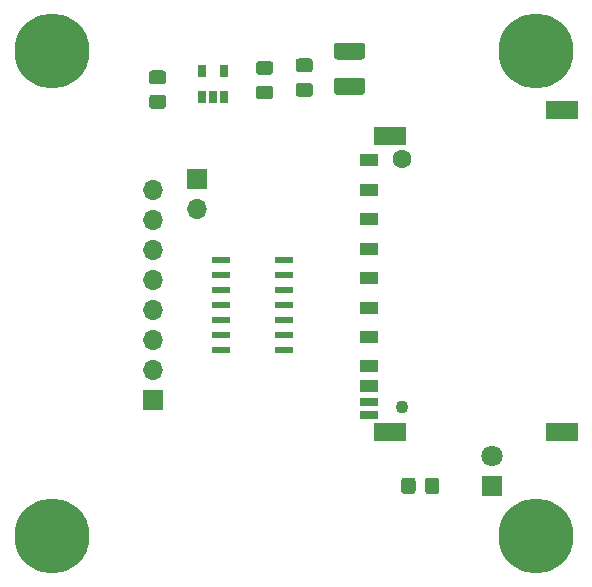
<source format=gts>
G04 #@! TF.GenerationSoftware,KiCad,Pcbnew,(5.1.10)-1*
G04 #@! TF.CreationDate,2022-05-02T10:13:03-04:00*
G04 #@! TF.ProjectId,SD_CARD_X49,53445f43-4152-4445-9f58-34392e6b6963,1*
G04 #@! TF.SameCoordinates,Original*
G04 #@! TF.FileFunction,Soldermask,Top*
G04 #@! TF.FilePolarity,Negative*
%FSLAX46Y46*%
G04 Gerber Fmt 4.6, Leading zero omitted, Abs format (unit mm)*
G04 Created by KiCad (PCBNEW (5.1.10)-1) date 2022-05-02 10:13:03*
%MOMM*%
%LPD*%
G01*
G04 APERTURE LIST*
%ADD10C,6.350000*%
%ADD11R,1.800000X1.800000*%
%ADD12C,1.800000*%
%ADD13R,1.500000X0.700000*%
%ADD14C,1.600000*%
%ADD15R,1.500000X1.000000*%
%ADD16R,2.800000X1.500000*%
%ADD17C,1.100000*%
%ADD18R,0.650000X1.060000*%
%ADD19R,1.700000X1.700000*%
%ADD20O,1.700000X1.700000*%
%ADD21R,1.500000X0.600000*%
G04 APERTURE END LIST*
D10*
X14000000Y-55000000D03*
X55000000Y-55000000D03*
X55000000Y-14000000D03*
X14000000Y-14000000D03*
D11*
X51308000Y-50800000D03*
D12*
X51308000Y-48260000D03*
D13*
X40888000Y-44827000D03*
X40888000Y-43687000D03*
D14*
X43688000Y-23107000D03*
D15*
X40888000Y-28227000D03*
X40888000Y-25727000D03*
X40888000Y-30727000D03*
X40888000Y-33227000D03*
X40888000Y-35727000D03*
X40888000Y-38227000D03*
X40888000Y-40647000D03*
X40888000Y-42347000D03*
X40888000Y-23227000D03*
D16*
X42688000Y-21157000D03*
X42688000Y-46257000D03*
X57188000Y-46257000D03*
X57188000Y-18957000D03*
D17*
X43688000Y-44107000D03*
D18*
X26736000Y-17864000D03*
X27686000Y-17864000D03*
X28636000Y-17864000D03*
X28636000Y-15664000D03*
X26736000Y-15664000D03*
D19*
X22600000Y-43500000D03*
D20*
X22600000Y-40960000D03*
X22600000Y-38420000D03*
X22600000Y-35880000D03*
X22600000Y-33340000D03*
X22600000Y-30800000D03*
X22600000Y-28260000D03*
X22600000Y-25720000D03*
D21*
X33700000Y-39310000D03*
X33700000Y-38040000D03*
X33700000Y-36770000D03*
X33700000Y-35500000D03*
X33700000Y-34230000D03*
X33700000Y-32960000D03*
X33700000Y-31690000D03*
X28300000Y-31690000D03*
X28300000Y-32960000D03*
X28300000Y-34230000D03*
X28300000Y-35500000D03*
X28300000Y-36770000D03*
X28300000Y-38040000D03*
X28300000Y-39310000D03*
D19*
X26325001Y-24825001D03*
D20*
X26325001Y-27365001D03*
G36*
G01*
X34912280Y-14610680D02*
X35862280Y-14610680D01*
G75*
G02*
X36112280Y-14860680I0J-250000D01*
G01*
X36112280Y-15535680D01*
G75*
G02*
X35862280Y-15785680I-250000J0D01*
G01*
X34912280Y-15785680D01*
G75*
G02*
X34662280Y-15535680I0J250000D01*
G01*
X34662280Y-14860680D01*
G75*
G02*
X34912280Y-14610680I250000J0D01*
G01*
G37*
G36*
G01*
X34912280Y-16685680D02*
X35862280Y-16685680D01*
G75*
G02*
X36112280Y-16935680I0J-250000D01*
G01*
X36112280Y-17610680D01*
G75*
G02*
X35862280Y-17860680I-250000J0D01*
G01*
X34912280Y-17860680D01*
G75*
G02*
X34662280Y-17610680I0J250000D01*
G01*
X34662280Y-16935680D01*
G75*
G02*
X34912280Y-16685680I250000J0D01*
G01*
G37*
G36*
G01*
X31556940Y-16901580D02*
X32506940Y-16901580D01*
G75*
G02*
X32756940Y-17151580I0J-250000D01*
G01*
X32756940Y-17826580D01*
G75*
G02*
X32506940Y-18076580I-250000J0D01*
G01*
X31556940Y-18076580D01*
G75*
G02*
X31306940Y-17826580I0J250000D01*
G01*
X31306940Y-17151580D01*
G75*
G02*
X31556940Y-16901580I250000J0D01*
G01*
G37*
G36*
G01*
X31556940Y-14826580D02*
X32506940Y-14826580D01*
G75*
G02*
X32756940Y-15076580I0J-250000D01*
G01*
X32756940Y-15751580D01*
G75*
G02*
X32506940Y-16001580I-250000J0D01*
G01*
X31556940Y-16001580D01*
G75*
G02*
X31306940Y-15751580I0J250000D01*
G01*
X31306940Y-15076580D01*
G75*
G02*
X31556940Y-14826580I250000J0D01*
G01*
G37*
G36*
G01*
X22493000Y-17692000D02*
X23443000Y-17692000D01*
G75*
G02*
X23693000Y-17942000I0J-250000D01*
G01*
X23693000Y-18617000D01*
G75*
G02*
X23443000Y-18867000I-250000J0D01*
G01*
X22493000Y-18867000D01*
G75*
G02*
X22243000Y-18617000I0J250000D01*
G01*
X22243000Y-17942000D01*
G75*
G02*
X22493000Y-17692000I250000J0D01*
G01*
G37*
G36*
G01*
X22493000Y-15617000D02*
X23443000Y-15617000D01*
G75*
G02*
X23693000Y-15867000I0J-250000D01*
G01*
X23693000Y-16542000D01*
G75*
G02*
X23443000Y-16792000I-250000J0D01*
G01*
X22493000Y-16792000D01*
G75*
G02*
X22243000Y-16542000I0J250000D01*
G01*
X22243000Y-15867000D01*
G75*
G02*
X22493000Y-15617000I250000J0D01*
G01*
G37*
G36*
G01*
X43612000Y-51250001D02*
X43612000Y-50349999D01*
G75*
G02*
X43861999Y-50100000I249999J0D01*
G01*
X44562001Y-50100000D01*
G75*
G02*
X44812000Y-50349999I0J-249999D01*
G01*
X44812000Y-51250001D01*
G75*
G02*
X44562001Y-51500000I-249999J0D01*
G01*
X43861999Y-51500000D01*
G75*
G02*
X43612000Y-51250001I0J249999D01*
G01*
G37*
G36*
G01*
X45612000Y-51250001D02*
X45612000Y-50349999D01*
G75*
G02*
X45861999Y-50100000I249999J0D01*
G01*
X46562001Y-50100000D01*
G75*
G02*
X46812000Y-50349999I0J-249999D01*
G01*
X46812000Y-51250001D01*
G75*
G02*
X46562001Y-51500000I-249999J0D01*
G01*
X45861999Y-51500000D01*
G75*
G02*
X45612000Y-51250001I0J249999D01*
G01*
G37*
G36*
G01*
X38140060Y-13276220D02*
X40290060Y-13276220D01*
G75*
G02*
X40540060Y-13526220I0J-250000D01*
G01*
X40540060Y-14451220D01*
G75*
G02*
X40290060Y-14701220I-250000J0D01*
G01*
X38140060Y-14701220D01*
G75*
G02*
X37890060Y-14451220I0J250000D01*
G01*
X37890060Y-13526220D01*
G75*
G02*
X38140060Y-13276220I250000J0D01*
G01*
G37*
G36*
G01*
X38140060Y-16251220D02*
X40290060Y-16251220D01*
G75*
G02*
X40540060Y-16501220I0J-250000D01*
G01*
X40540060Y-17426220D01*
G75*
G02*
X40290060Y-17676220I-250000J0D01*
G01*
X38140060Y-17676220D01*
G75*
G02*
X37890060Y-17426220I0J250000D01*
G01*
X37890060Y-16501220D01*
G75*
G02*
X38140060Y-16251220I250000J0D01*
G01*
G37*
M02*

</source>
